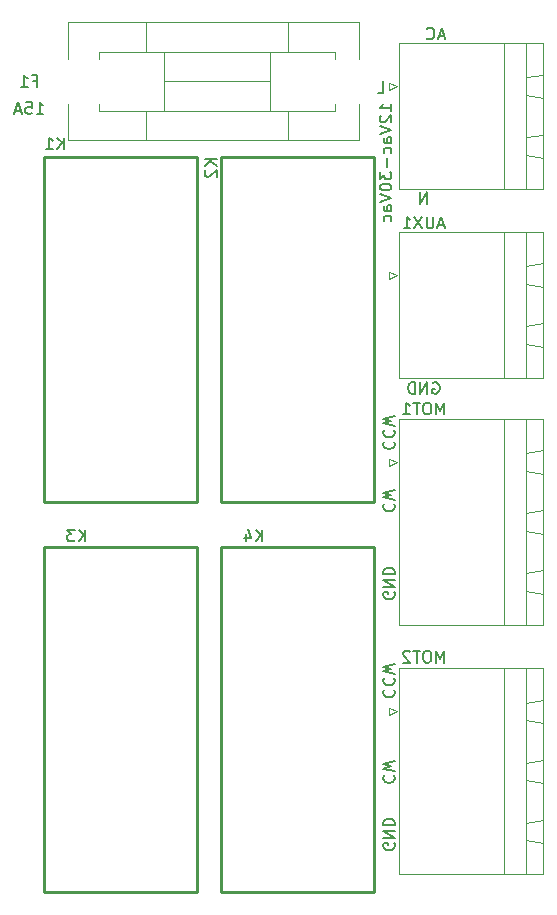
<source format=gbr>
%TF.GenerationSoftware,KiCad,Pcbnew,(5.1.10)-1*%
%TF.CreationDate,2022-06-02T12:59:50+08:00*%
%TF.ProjectId,motor_control,6d6f746f-725f-4636-9f6e-74726f6c2e6b,rev?*%
%TF.SameCoordinates,Original*%
%TF.FileFunction,Legend,Bot*%
%TF.FilePolarity,Positive*%
%FSLAX46Y46*%
G04 Gerber Fmt 4.6, Leading zero omitted, Abs format (unit mm)*
G04 Created by KiCad (PCBNEW (5.1.10)-1) date 2022-06-02 12:59:50*
%MOMM*%
%LPD*%
G01*
G04 APERTURE LIST*
%ADD10C,0.150000*%
%ADD11C,0.120000*%
%ADD12C,0.250000*%
G04 APERTURE END LIST*
D10*
X64219047Y66747620D02*
X64790476Y66747620D01*
X64504761Y66747620D02*
X64504761Y67747620D01*
X64600000Y67604762D01*
X64695238Y67509524D01*
X64790476Y67461905D01*
X63314285Y67747620D02*
X63790476Y67747620D01*
X63838095Y67271429D01*
X63790476Y67319048D01*
X63695238Y67366667D01*
X63457142Y67366667D01*
X63361904Y67319048D01*
X63314285Y67271429D01*
X63266666Y67176191D01*
X63266666Y66938096D01*
X63314285Y66842858D01*
X63361904Y66795239D01*
X63457142Y66747620D01*
X63695238Y66747620D01*
X63790476Y66795239D01*
X63838095Y66842858D01*
X62885714Y67033334D02*
X62409523Y67033334D01*
X62980952Y66747620D02*
X62647619Y67747620D01*
X62314285Y66747620D01*
X94252380Y66980953D02*
X94252380Y67552381D01*
X94252380Y67266667D02*
X93252380Y67266667D01*
X93395238Y67361905D01*
X93490476Y67457143D01*
X93538095Y67552381D01*
X93347619Y66600000D02*
X93300000Y66552381D01*
X93252380Y66457143D01*
X93252380Y66219048D01*
X93300000Y66123810D01*
X93347619Y66076191D01*
X93442857Y66028572D01*
X93538095Y66028572D01*
X93680952Y66076191D01*
X94252380Y66647620D01*
X94252380Y66028572D01*
X93252380Y65742858D02*
X94252380Y65409524D01*
X93252380Y65076191D01*
X94252380Y64314286D02*
X93728571Y64314286D01*
X93633333Y64361905D01*
X93585714Y64457143D01*
X93585714Y64647620D01*
X93633333Y64742858D01*
X94204761Y64314286D02*
X94252380Y64409524D01*
X94252380Y64647620D01*
X94204761Y64742858D01*
X94109523Y64790477D01*
X94014285Y64790477D01*
X93919047Y64742858D01*
X93871428Y64647620D01*
X93871428Y64409524D01*
X93823809Y64314286D01*
X94204761Y63409524D02*
X94252380Y63504762D01*
X94252380Y63695239D01*
X94204761Y63790477D01*
X94157142Y63838096D01*
X94061904Y63885715D01*
X93776190Y63885715D01*
X93680952Y63838096D01*
X93633333Y63790477D01*
X93585714Y63695239D01*
X93585714Y63504762D01*
X93633333Y63409524D01*
X93871428Y62980953D02*
X93871428Y62219048D01*
X93252380Y61838096D02*
X93252380Y61219048D01*
X93633333Y61552381D01*
X93633333Y61409524D01*
X93680952Y61314286D01*
X93728571Y61266667D01*
X93823809Y61219048D01*
X94061904Y61219048D01*
X94157142Y61266667D01*
X94204761Y61314286D01*
X94252380Y61409524D01*
X94252380Y61695239D01*
X94204761Y61790477D01*
X94157142Y61838096D01*
X93252380Y60600000D02*
X93252380Y60504762D01*
X93300000Y60409524D01*
X93347619Y60361905D01*
X93442857Y60314286D01*
X93633333Y60266667D01*
X93871428Y60266667D01*
X94061904Y60314286D01*
X94157142Y60361905D01*
X94204761Y60409524D01*
X94252380Y60504762D01*
X94252380Y60600000D01*
X94204761Y60695239D01*
X94157142Y60742858D01*
X94061904Y60790477D01*
X93871428Y60838096D01*
X93633333Y60838096D01*
X93442857Y60790477D01*
X93347619Y60742858D01*
X93300000Y60695239D01*
X93252380Y60600000D01*
X93252380Y59980953D02*
X94252380Y59647620D01*
X93252380Y59314286D01*
X94252380Y58552381D02*
X93728571Y58552381D01*
X93633333Y58600000D01*
X93585714Y58695239D01*
X93585714Y58885715D01*
X93633333Y58980953D01*
X94204761Y58552381D02*
X94252380Y58647620D01*
X94252380Y58885715D01*
X94204761Y58980953D01*
X94109523Y59028572D01*
X94014285Y59028572D01*
X93919047Y58980953D01*
X93871428Y58885715D01*
X93871428Y58647620D01*
X93823809Y58552381D01*
X94204761Y57647620D02*
X94252380Y57742858D01*
X94252380Y57933334D01*
X94204761Y58028572D01*
X94157142Y58076191D01*
X94061904Y58123810D01*
X93776190Y58123810D01*
X93680952Y58076191D01*
X93633333Y58028572D01*
X93585714Y57933334D01*
X93585714Y57742858D01*
X93633333Y57647620D01*
X94500000Y4988096D02*
X94547619Y4892858D01*
X94547619Y4750000D01*
X94500000Y4607143D01*
X94404761Y4511905D01*
X94309523Y4464286D01*
X94119047Y4416667D01*
X93976190Y4416667D01*
X93785714Y4464286D01*
X93690476Y4511905D01*
X93595238Y4607143D01*
X93547619Y4750000D01*
X93547619Y4845239D01*
X93595238Y4988096D01*
X93642857Y5035715D01*
X93976190Y5035715D01*
X93976190Y4845239D01*
X93547619Y5464286D02*
X94547619Y5464286D01*
X93547619Y6035715D01*
X94547619Y6035715D01*
X93547619Y6511905D02*
X94547619Y6511905D01*
X94547619Y6750000D01*
X94500000Y6892858D01*
X94404761Y6988096D01*
X94309523Y7035715D01*
X94119047Y7083334D01*
X93976190Y7083334D01*
X93785714Y7035715D01*
X93690476Y6988096D01*
X93595238Y6892858D01*
X93547619Y6750000D01*
X93547619Y6511905D01*
X93642857Y10738096D02*
X93595238Y10690477D01*
X93547619Y10547620D01*
X93547619Y10452381D01*
X93595238Y10309524D01*
X93690476Y10214286D01*
X93785714Y10166667D01*
X93976190Y10119048D01*
X94119047Y10119048D01*
X94309523Y10166667D01*
X94404761Y10214286D01*
X94500000Y10309524D01*
X94547619Y10452381D01*
X94547619Y10547620D01*
X94500000Y10690477D01*
X94452380Y10738096D01*
X94547619Y11071429D02*
X93547619Y11309524D01*
X94261904Y11500000D01*
X93547619Y11690477D01*
X94547619Y11928572D01*
X93642857Y17988096D02*
X93595238Y17940477D01*
X93547619Y17797620D01*
X93547619Y17702381D01*
X93595238Y17559524D01*
X93690476Y17464286D01*
X93785714Y17416667D01*
X93976190Y17369048D01*
X94119047Y17369048D01*
X94309523Y17416667D01*
X94404761Y17464286D01*
X94500000Y17559524D01*
X94547619Y17702381D01*
X94547619Y17797620D01*
X94500000Y17940477D01*
X94452380Y17988096D01*
X93642857Y18988096D02*
X93595238Y18940477D01*
X93547619Y18797620D01*
X93547619Y18702381D01*
X93595238Y18559524D01*
X93690476Y18464286D01*
X93785714Y18416667D01*
X93976190Y18369048D01*
X94119047Y18369048D01*
X94309523Y18416667D01*
X94404761Y18464286D01*
X94500000Y18559524D01*
X94547619Y18702381D01*
X94547619Y18797620D01*
X94500000Y18940477D01*
X94452380Y18988096D01*
X94547619Y19321429D02*
X93547619Y19559524D01*
X94261904Y19750000D01*
X93547619Y19940477D01*
X94547619Y20178572D01*
X98714285Y20297620D02*
X98714285Y21297620D01*
X98380952Y20583334D01*
X98047619Y21297620D01*
X98047619Y20297620D01*
X97380952Y21297620D02*
X97190476Y21297620D01*
X97095238Y21250000D01*
X97000000Y21154762D01*
X96952380Y20964286D01*
X96952380Y20630953D01*
X97000000Y20440477D01*
X97095238Y20345239D01*
X97190476Y20297620D01*
X97380952Y20297620D01*
X97476190Y20345239D01*
X97571428Y20440477D01*
X97619047Y20630953D01*
X97619047Y20964286D01*
X97571428Y21154762D01*
X97476190Y21250000D01*
X97380952Y21297620D01*
X96666666Y21297620D02*
X96095238Y21297620D01*
X96380952Y20297620D02*
X96380952Y21297620D01*
X95809523Y21202381D02*
X95761904Y21250000D01*
X95666666Y21297620D01*
X95428571Y21297620D01*
X95333333Y21250000D01*
X95285714Y21202381D01*
X95238095Y21107143D01*
X95238095Y21011905D01*
X95285714Y20869048D01*
X95857142Y20297620D01*
X95238095Y20297620D01*
X94500000Y26238096D02*
X94547619Y26142858D01*
X94547619Y26000000D01*
X94500000Y25857143D01*
X94404761Y25761905D01*
X94309523Y25714286D01*
X94119047Y25666667D01*
X93976190Y25666667D01*
X93785714Y25714286D01*
X93690476Y25761905D01*
X93595238Y25857143D01*
X93547619Y26000000D01*
X93547619Y26095239D01*
X93595238Y26238096D01*
X93642857Y26285715D01*
X93976190Y26285715D01*
X93976190Y26095239D01*
X93547619Y26714286D02*
X94547619Y26714286D01*
X93547619Y27285715D01*
X94547619Y27285715D01*
X93547619Y27761905D02*
X94547619Y27761905D01*
X94547619Y28000000D01*
X94500000Y28142858D01*
X94404761Y28238096D01*
X94309523Y28285715D01*
X94119047Y28333334D01*
X93976190Y28333334D01*
X93785714Y28285715D01*
X93690476Y28238096D01*
X93595238Y28142858D01*
X93547619Y28000000D01*
X93547619Y27761905D01*
X93642857Y33738096D02*
X93595238Y33690477D01*
X93547619Y33547620D01*
X93547619Y33452381D01*
X93595238Y33309524D01*
X93690476Y33214286D01*
X93785714Y33166667D01*
X93976190Y33119048D01*
X94119047Y33119048D01*
X94309523Y33166667D01*
X94404761Y33214286D01*
X94500000Y33309524D01*
X94547619Y33452381D01*
X94547619Y33547620D01*
X94500000Y33690477D01*
X94452380Y33738096D01*
X94547619Y34071429D02*
X93547619Y34309524D01*
X94261904Y34500000D01*
X93547619Y34690477D01*
X94547619Y34928572D01*
X93642857Y38988096D02*
X93595238Y38940477D01*
X93547619Y38797620D01*
X93547619Y38702381D01*
X93595238Y38559524D01*
X93690476Y38464286D01*
X93785714Y38416667D01*
X93976190Y38369048D01*
X94119047Y38369048D01*
X94309523Y38416667D01*
X94404761Y38464286D01*
X94500000Y38559524D01*
X94547619Y38702381D01*
X94547619Y38797620D01*
X94500000Y38940477D01*
X94452380Y38988096D01*
X93642857Y39988096D02*
X93595238Y39940477D01*
X93547619Y39797620D01*
X93547619Y39702381D01*
X93595238Y39559524D01*
X93690476Y39464286D01*
X93785714Y39416667D01*
X93976190Y39369048D01*
X94119047Y39369048D01*
X94309523Y39416667D01*
X94404761Y39464286D01*
X94500000Y39559524D01*
X94547619Y39702381D01*
X94547619Y39797620D01*
X94500000Y39940477D01*
X94452380Y39988096D01*
X94547619Y40321429D02*
X93547619Y40559524D01*
X94261904Y40750000D01*
X93547619Y40940477D01*
X94547619Y41178572D01*
X98714285Y41297620D02*
X98714285Y42297620D01*
X98380952Y41583334D01*
X98047619Y42297620D01*
X98047619Y41297620D01*
X97380952Y42297620D02*
X97190476Y42297620D01*
X97095238Y42250000D01*
X97000000Y42154762D01*
X96952380Y41964286D01*
X96952380Y41630953D01*
X97000000Y41440477D01*
X97095238Y41345239D01*
X97190476Y41297620D01*
X97380952Y41297620D01*
X97476190Y41345239D01*
X97571428Y41440477D01*
X97619047Y41630953D01*
X97619047Y41964286D01*
X97571428Y42154762D01*
X97476190Y42250000D01*
X97380952Y42297620D01*
X96666666Y42297620D02*
X96095238Y42297620D01*
X96380952Y41297620D02*
X96380952Y42297620D01*
X95238095Y41297620D02*
X95809523Y41297620D01*
X95523809Y41297620D02*
X95523809Y42297620D01*
X95619047Y42154762D01*
X95714285Y42059524D01*
X95809523Y42011905D01*
X98714285Y57333334D02*
X98238095Y57333334D01*
X98809523Y57047620D02*
X98476190Y58047620D01*
X98142857Y57047620D01*
X97809523Y58047620D02*
X97809523Y57238096D01*
X97761904Y57142858D01*
X97714285Y57095239D01*
X97619047Y57047620D01*
X97428571Y57047620D01*
X97333333Y57095239D01*
X97285714Y57142858D01*
X97238095Y57238096D01*
X97238095Y58047620D01*
X96857142Y58047620D02*
X96190476Y57047620D01*
X96190476Y58047620D02*
X96857142Y57047620D01*
X95285714Y57047620D02*
X95857142Y57047620D01*
X95571428Y57047620D02*
X95571428Y58047620D01*
X95666666Y57904762D01*
X95761904Y57809524D01*
X95857142Y57761905D01*
X97761904Y44000000D02*
X97857142Y44047620D01*
X98000000Y44047620D01*
X98142857Y44000000D01*
X98238095Y43904762D01*
X98285714Y43809524D01*
X98333333Y43619048D01*
X98333333Y43476191D01*
X98285714Y43285715D01*
X98238095Y43190477D01*
X98142857Y43095239D01*
X98000000Y43047620D01*
X97904761Y43047620D01*
X97761904Y43095239D01*
X97714285Y43142858D01*
X97714285Y43476191D01*
X97904761Y43476191D01*
X97285714Y43047620D02*
X97285714Y44047620D01*
X96714285Y43047620D01*
X96714285Y44047620D01*
X96238095Y43047620D02*
X96238095Y44047620D01*
X96000000Y44047620D01*
X95857142Y44000000D01*
X95761904Y43904762D01*
X95714285Y43809524D01*
X95666666Y43619048D01*
X95666666Y43476191D01*
X95714285Y43285715D01*
X95761904Y43190477D01*
X95857142Y43095239D01*
X96000000Y43047620D01*
X96238095Y43047620D01*
X98738095Y73333334D02*
X98261904Y73333334D01*
X98833333Y73047620D02*
X98500000Y74047620D01*
X98166666Y73047620D01*
X97261904Y73142858D02*
X97309523Y73095239D01*
X97452380Y73047620D01*
X97547619Y73047620D01*
X97690476Y73095239D01*
X97785714Y73190477D01*
X97833333Y73285715D01*
X97880952Y73476191D01*
X97880952Y73619048D01*
X97833333Y73809524D01*
X97785714Y73904762D01*
X97690476Y74000000D01*
X97547619Y74047620D01*
X97452380Y74047620D01*
X97309523Y74000000D01*
X97261904Y73952381D01*
X97285714Y59147620D02*
X97285714Y60147620D01*
X96714285Y59147620D01*
X96714285Y60147620D01*
X93090476Y68547620D02*
X93566666Y68547620D01*
X93566666Y69547620D01*
D11*
%TO.C,J9*%
X94090000Y53380000D02*
X94090000Y52780000D01*
X94690000Y53080000D02*
X94090000Y53380000D01*
X94090000Y52780000D02*
X94690000Y53080000D01*
X105610000Y48750000D02*
X107110000Y49000000D01*
X105610000Y47250000D02*
X105610000Y48750000D01*
X107110000Y47000000D02*
X105610000Y47250000D01*
X107110000Y49000000D02*
X107110000Y47000000D01*
X105610000Y53830000D02*
X107110000Y54080000D01*
X105610000Y52330000D02*
X105610000Y53830000D01*
X107110000Y52080000D02*
X105610000Y52330000D01*
X107110000Y54080000D02*
X107110000Y52080000D01*
X105610000Y44350000D02*
X105610000Y56730000D01*
X103810000Y44350000D02*
X105610000Y44350000D01*
X103810000Y56730000D02*
X103810000Y44350000D01*
X105610000Y56730000D02*
X103810000Y56730000D01*
X94890000Y44350000D02*
X94890000Y56730000D01*
X107110000Y44350000D02*
X94890000Y44350000D01*
X107110000Y56730000D02*
X107110000Y44350000D01*
X94890000Y56730000D02*
X107110000Y56730000D01*
D12*
%TO.C,K4*%
X79800000Y890000D02*
X92700000Y890000D01*
X92754000Y30100000D02*
X92754000Y900000D01*
X79800000Y30100000D02*
X79800000Y900000D01*
X79800000Y30100000D02*
X92700000Y30100000D01*
%TO.C,K3*%
X64800000Y890000D02*
X77700000Y890000D01*
X77754000Y30100000D02*
X77754000Y900000D01*
X64800000Y30100000D02*
X64800000Y900000D01*
X64800000Y30100000D02*
X77700000Y30100000D01*
%TO.C,K2*%
X79800000Y33890000D02*
X92700000Y33890000D01*
X92754000Y63100000D02*
X92754000Y33900000D01*
X79800000Y63100000D02*
X79800000Y33900000D01*
X79800000Y63100000D02*
X92700000Y63100000D01*
%TO.C,K1*%
X64800000Y33890000D02*
X77700000Y33890000D01*
X77754000Y63100000D02*
X77754000Y33900000D01*
X64800000Y63100000D02*
X64800000Y33900000D01*
X64800000Y63100000D02*
X77700000Y63100000D01*
D11*
%TO.C,J12*%
X94090000Y69380000D02*
X94090000Y68780000D01*
X94690000Y69080000D02*
X94090000Y69380000D01*
X94090000Y68780000D02*
X94690000Y69080000D01*
X105610000Y64750000D02*
X107110000Y65000000D01*
X105610000Y63250000D02*
X105610000Y64750000D01*
X107110000Y63000000D02*
X105610000Y63250000D01*
X107110000Y65000000D02*
X107110000Y63000000D01*
X105610000Y69830000D02*
X107110000Y70080000D01*
X105610000Y68330000D02*
X105610000Y69830000D01*
X107110000Y68080000D02*
X105610000Y68330000D01*
X107110000Y70080000D02*
X107110000Y68080000D01*
X105610000Y60350000D02*
X105610000Y72730000D01*
X103810000Y60350000D02*
X105610000Y60350000D01*
X103810000Y72730000D02*
X103810000Y60350000D01*
X105610000Y72730000D02*
X103810000Y72730000D01*
X94890000Y60350000D02*
X94890000Y72730000D01*
X107110000Y60350000D02*
X94890000Y60350000D01*
X107110000Y72730000D02*
X107110000Y60350000D01*
X94890000Y72730000D02*
X107110000Y72730000D01*
%TO.C,J11*%
X94090000Y16460000D02*
X94090000Y15860000D01*
X94690000Y16160000D02*
X94090000Y16460000D01*
X94090000Y15860000D02*
X94690000Y16160000D01*
X105610000Y6750000D02*
X107110000Y7000000D01*
X105610000Y5250000D02*
X105610000Y6750000D01*
X107110000Y5000000D02*
X105610000Y5250000D01*
X107110000Y7000000D02*
X107110000Y5000000D01*
X105610000Y11830000D02*
X107110000Y12080000D01*
X105610000Y10330000D02*
X105610000Y11830000D01*
X107110000Y10080000D02*
X105610000Y10330000D01*
X107110000Y12080000D02*
X107110000Y10080000D01*
X105610000Y16910000D02*
X107110000Y17160000D01*
X105610000Y15410000D02*
X105610000Y16910000D01*
X107110000Y15160000D02*
X105610000Y15410000D01*
X107110000Y17160000D02*
X107110000Y15160000D01*
X105610000Y2350000D02*
X105610000Y19810000D01*
X103810000Y2350000D02*
X105610000Y2350000D01*
X103810000Y19810000D02*
X103810000Y2350000D01*
X105610000Y19810000D02*
X103810000Y19810000D01*
X94890000Y2350000D02*
X94890000Y19810000D01*
X107110000Y2350000D02*
X94890000Y2350000D01*
X107110000Y19810000D02*
X107110000Y2350000D01*
X94890000Y19810000D02*
X107110000Y19810000D01*
%TO.C,J8*%
X94090000Y37550000D02*
X94090000Y36950000D01*
X94690000Y37250000D02*
X94090000Y37550000D01*
X94090000Y36950000D02*
X94690000Y37250000D01*
X105610000Y27840000D02*
X107110000Y28090000D01*
X105610000Y26340000D02*
X105610000Y27840000D01*
X107110000Y26090000D02*
X105610000Y26340000D01*
X107110000Y28090000D02*
X107110000Y26090000D01*
X105610000Y32920000D02*
X107110000Y33170000D01*
X105610000Y31420000D02*
X105610000Y32920000D01*
X107110000Y31170000D02*
X105610000Y31420000D01*
X107110000Y33170000D02*
X107110000Y31170000D01*
X105610000Y38000000D02*
X107110000Y38250000D01*
X105610000Y36500000D02*
X105610000Y38000000D01*
X107110000Y36250000D02*
X105610000Y36500000D01*
X107110000Y38250000D02*
X107110000Y36250000D01*
X105610000Y23440000D02*
X105610000Y40900000D01*
X103810000Y23440000D02*
X105610000Y23440000D01*
X103810000Y40900000D02*
X103810000Y23440000D01*
X105610000Y40900000D02*
X103810000Y40900000D01*
X94890000Y23440000D02*
X94890000Y40900000D01*
X107110000Y23440000D02*
X94890000Y23440000D01*
X107110000Y40900000D02*
X107110000Y23440000D01*
X94890000Y40900000D02*
X107110000Y40900000D01*
%TO.C,F1*%
X85500000Y72000000D02*
X85500000Y74500000D01*
X85500000Y64500000D02*
X85500000Y67000000D01*
X73500000Y64500000D02*
X73500000Y67000000D01*
X73500000Y74500000D02*
X73500000Y72000000D01*
X84000000Y69500000D02*
X75000000Y69500000D01*
X84000000Y72000000D02*
X84000000Y67000000D01*
X75000000Y72000000D02*
X75000000Y67000000D01*
X69500000Y71400000D02*
X69500000Y72000000D01*
X89500000Y67600000D02*
X89500000Y67000000D01*
X89500000Y67000000D02*
X69500000Y67000000D01*
X69500000Y67000000D02*
X69500000Y67600000D01*
X69500000Y72000000D02*
X89500000Y72000000D01*
X89500000Y72000000D02*
X89500000Y71400000D01*
X66878000Y71400000D02*
X66878000Y74500000D01*
X91500000Y67600000D02*
X91500000Y64500000D01*
X91500000Y64500000D02*
X66900000Y64500000D01*
X66900000Y64500000D02*
X66900000Y67600000D01*
X66900000Y74500000D02*
X91500000Y74500000D01*
X91500000Y74500000D02*
X91500000Y71400000D01*
%TO.C,K4*%
D10*
X83338095Y30547620D02*
X83338095Y31547620D01*
X82766666Y30547620D02*
X83195238Y31119048D01*
X82766666Y31547620D02*
X83338095Y30976191D01*
X81909523Y31214286D02*
X81909523Y30547620D01*
X82147619Y31595239D02*
X82385714Y30880953D01*
X81766666Y30880953D01*
%TO.C,K3*%
X68338095Y30547620D02*
X68338095Y31547620D01*
X67766666Y30547620D02*
X68195238Y31119048D01*
X67766666Y31547620D02*
X68338095Y30976191D01*
X67433333Y31547620D02*
X66814285Y31547620D01*
X67147619Y31166667D01*
X67004761Y31166667D01*
X66909523Y31119048D01*
X66861904Y31071429D01*
X66814285Y30976191D01*
X66814285Y30738096D01*
X66861904Y30642858D01*
X66909523Y30595239D01*
X67004761Y30547620D01*
X67290476Y30547620D01*
X67385714Y30595239D01*
X67433333Y30642858D01*
%TO.C,K2*%
X79452380Y62938096D02*
X78452380Y62938096D01*
X79452380Y62366667D02*
X78880952Y62795239D01*
X78452380Y62366667D02*
X79023809Y62938096D01*
X78547619Y61985715D02*
X78500000Y61938096D01*
X78452380Y61842858D01*
X78452380Y61604762D01*
X78500000Y61509524D01*
X78547619Y61461905D01*
X78642857Y61414286D01*
X78738095Y61414286D01*
X78880952Y61461905D01*
X79452380Y62033334D01*
X79452380Y61414286D01*
%TO.C,K1*%
X66538095Y63747620D02*
X66538095Y64747620D01*
X65966666Y63747620D02*
X66395238Y64319048D01*
X65966666Y64747620D02*
X66538095Y64176191D01*
X65014285Y63747620D02*
X65585714Y63747620D01*
X65300000Y63747620D02*
X65300000Y64747620D01*
X65395238Y64604762D01*
X65490476Y64509524D01*
X65585714Y64461905D01*
%TO.C,F1*%
X63933333Y69571429D02*
X64266666Y69571429D01*
X64266666Y69047620D02*
X64266666Y70047620D01*
X63790476Y70047620D01*
X62885714Y69047620D02*
X63457142Y69047620D01*
X63171428Y69047620D02*
X63171428Y70047620D01*
X63266666Y69904762D01*
X63361904Y69809524D01*
X63457142Y69761905D01*
%TD*%
M02*

</source>
